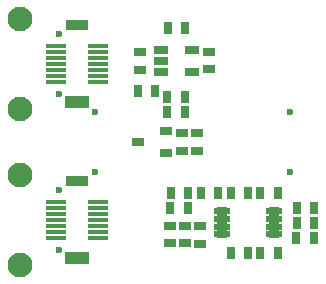
<source format=gts>
G04*
G04 #@! TF.GenerationSoftware,Altium Limited,Altium Designer,18.1.7 (191)*
G04*
G04 Layer_Color=8388736*
%FSLAX24Y24*%
%MOIN*%
G70*
G01*
G75*
%ADD14R,0.0304X0.0394*%
%ADD15R,0.0316X0.0414*%
%ADD16R,0.0749X0.0355*%
%ADD17R,0.0789X0.0395*%
%ADD18R,0.0670X0.0158*%
%ADD19R,0.0394X0.0304*%
%ADD20R,0.0414X0.0316*%
%ADD21R,0.0453X0.0276*%
%ADD22O,0.0572X0.0237*%
%ADD23R,0.0434X0.0276*%
%ADD24C,0.0236*%
%ADD25C,0.0827*%
D14*
X14881Y19450D02*
D03*
X14319D02*
D03*
X19181Y13451D02*
D03*
X18619D02*
D03*
X14419Y13950D02*
D03*
X14981D02*
D03*
X16419Y11950D02*
D03*
X16981D02*
D03*
X16419Y13950D02*
D03*
X16981D02*
D03*
X15981D02*
D03*
X15419D02*
D03*
X18619Y12948D02*
D03*
X19181D02*
D03*
X13881Y17346D02*
D03*
X13319D02*
D03*
D15*
X14410Y13450D02*
D03*
X14990D02*
D03*
X17410Y11950D02*
D03*
X17990D02*
D03*
Y13950D02*
D03*
X17410D02*
D03*
X19190Y12451D02*
D03*
X18610D02*
D03*
X14310Y16650D02*
D03*
X14890D02*
D03*
Y17150D02*
D03*
X14310D02*
D03*
D16*
X11300Y14330D02*
D03*
Y19530D02*
D03*
D17*
Y11770D02*
D03*
Y16970D02*
D03*
D18*
X12009Y13641D02*
D03*
Y13444D02*
D03*
Y13247D02*
D03*
Y12459D02*
D03*
Y12656D02*
D03*
Y12853D02*
D03*
Y13050D02*
D03*
X10591Y13641D02*
D03*
Y13444D02*
D03*
Y13247D02*
D03*
Y12459D02*
D03*
Y12656D02*
D03*
Y12853D02*
D03*
Y13050D02*
D03*
Y18250D02*
D03*
Y18053D02*
D03*
Y17856D02*
D03*
Y17659D02*
D03*
Y18447D02*
D03*
Y18644D02*
D03*
Y18841D02*
D03*
X12009Y18250D02*
D03*
Y18053D02*
D03*
Y17856D02*
D03*
Y17659D02*
D03*
Y18447D02*
D03*
Y18644D02*
D03*
Y18841D02*
D03*
D19*
X14403Y12831D02*
D03*
Y12269D02*
D03*
X14903D02*
D03*
Y12831D02*
D03*
X15700Y18631D02*
D03*
Y18069D02*
D03*
D20*
X15403Y12840D02*
D03*
Y12260D02*
D03*
X15300Y15940D02*
D03*
Y15360D02*
D03*
X14803Y15940D02*
D03*
Y15360D02*
D03*
X13400Y18640D02*
D03*
Y18060D02*
D03*
D21*
X14078Y18724D02*
D03*
Y18350D02*
D03*
Y17976D02*
D03*
X15122D02*
D03*
Y18724D02*
D03*
D22*
X16124Y13334D02*
D03*
Y13078D02*
D03*
Y12822D02*
D03*
Y12566D02*
D03*
X17876Y13334D02*
D03*
Y13078D02*
D03*
Y12822D02*
D03*
Y12566D02*
D03*
D23*
X14272Y15276D02*
D03*
Y16024D02*
D03*
X13328Y15650D02*
D03*
D24*
X11909Y14646D02*
D03*
Y16654D02*
D03*
X18409D02*
D03*
Y14646D02*
D03*
X10709Y12046D02*
D03*
Y14054D02*
D03*
Y19254D02*
D03*
Y17246D02*
D03*
D25*
X9400Y11550D02*
D03*
Y14550D02*
D03*
Y16750D02*
D03*
Y19750D02*
D03*
M02*

</source>
